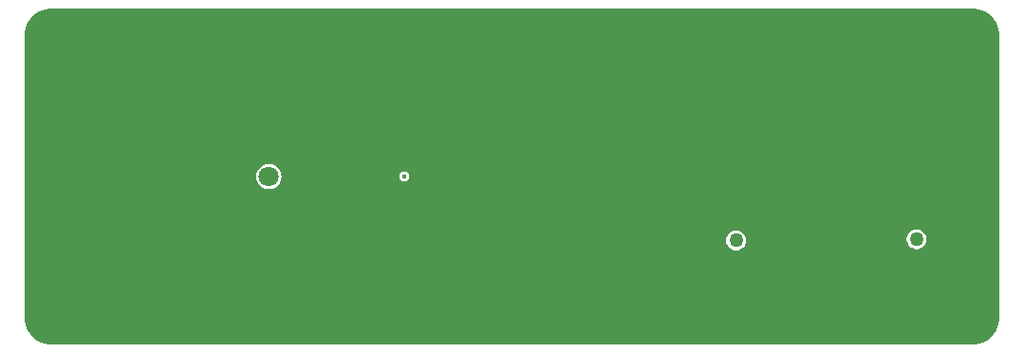
<source format=gbr>
G04*
G04 #@! TF.GenerationSoftware,Altium Limited,Altium Designer,24.9.1 (31)*
G04*
G04 Layer_Physical_Order=2*
G04 Layer_Color=36540*
%FSLAX25Y25*%
%MOIN*%
G70*
G04*
G04 #@! TF.SameCoordinates,BE83DA22-E0C5-4DDF-BF2C-7847B46FCBB1*
G04*
G04*
G04 #@! TF.FilePolarity,Positive*
G04*
G01*
G75*
%ADD52C,0.01575*%
%ADD57C,0.07087*%
%ADD58C,0.21654*%
%ADD59C,0.01772*%
%ADD60C,0.05000*%
G36*
X332677Y118110D02*
X333647Y118110D01*
X335548Y117732D01*
X337339Y116990D01*
X338951Y115913D01*
X340322Y114542D01*
X341400Y112930D01*
X342141Y111139D01*
X342520Y109237D01*
X342520Y108268D01*
X342520D01*
X342520Y108268D01*
X342520Y9843D01*
X342520Y8873D01*
X342141Y6972D01*
X341400Y5180D01*
X340322Y3568D01*
X338951Y2197D01*
X337339Y1120D01*
X335548Y378D01*
X333646Y-0D01*
X332677Y0D01*
X9843D01*
X8873Y-0D01*
X6972Y378D01*
X5180Y1120D01*
X3568Y2197D01*
X2197Y3568D01*
X1120Y5180D01*
X378Y6972D01*
X0Y8873D01*
X0Y9843D01*
X0Y9843D01*
Y108268D01*
Y109237D01*
X378Y111139D01*
X1120Y112930D01*
X2197Y114542D01*
X3568Y115913D01*
X5180Y116990D01*
X6972Y117732D01*
X8873Y118110D01*
X9843D01*
X9843Y118110D01*
X332677Y118110D01*
D02*
G37*
%LPC*%
G36*
X133465Y60841D02*
X132781Y60705D01*
X132202Y60318D01*
X131814Y59739D01*
X131678Y59055D01*
X131814Y58372D01*
X132202Y57792D01*
X132781Y57405D01*
X133465Y57269D01*
X134148Y57405D01*
X134728Y57792D01*
X135115Y58372D01*
X135251Y59055D01*
X135115Y59739D01*
X134728Y60318D01*
X134148Y60705D01*
X133465Y60841D01*
D02*
G37*
G36*
X85827Y63503D02*
X84676Y63351D01*
X83603Y62907D01*
X82682Y62200D01*
X81975Y61279D01*
X81531Y60206D01*
X81379Y59055D01*
X81531Y57904D01*
X81975Y56831D01*
X82682Y55910D01*
X83603Y55203D01*
X84676Y54759D01*
X85827Y54608D01*
X86978Y54759D01*
X88051Y55203D01*
X88972Y55910D01*
X89678Y56831D01*
X90123Y57904D01*
X90274Y59055D01*
X90123Y60206D01*
X89678Y61279D01*
X88972Y62200D01*
X88051Y62907D01*
X86978Y63351D01*
X85827Y63503D01*
D02*
G37*
G36*
X313386Y40538D02*
X312472Y40418D01*
X311621Y40065D01*
X310890Y39504D01*
X310329Y38773D01*
X309976Y37922D01*
X309856Y37008D01*
X309976Y36094D01*
X310329Y35243D01*
X310890Y34512D01*
X311621Y33951D01*
X312472Y33598D01*
X313386Y33478D01*
X314300Y33598D01*
X315151Y33951D01*
X315882Y34512D01*
X316443Y35243D01*
X316796Y36094D01*
X316916Y37008D01*
X316796Y37922D01*
X316443Y38773D01*
X315882Y39504D01*
X315151Y40065D01*
X314300Y40418D01*
X313386Y40538D01*
D02*
G37*
G36*
X250000Y40144D02*
X249086Y40024D01*
X248235Y39671D01*
X247504Y39110D01*
X246943Y38379D01*
X246590Y37528D01*
X246470Y36614D01*
X246590Y35701D01*
X246943Y34849D01*
X247504Y34118D01*
X248235Y33557D01*
X249086Y33204D01*
X250000Y33084D01*
X250914Y33204D01*
X251765Y33557D01*
X252496Y34118D01*
X253057Y34849D01*
X253410Y35701D01*
X253530Y36614D01*
X253410Y37528D01*
X253057Y38379D01*
X252496Y39110D01*
X251765Y39671D01*
X250914Y40024D01*
X250000Y40144D01*
D02*
G37*
%LPD*%
D52*
X341600Y54400D02*
D03*
X154500Y29000D02*
D03*
X148500Y28000D02*
D03*
X112000Y54000D02*
D03*
X104500D02*
D03*
X108500Y51000D02*
D03*
X100500Y53500D02*
D03*
X93000Y54000D02*
D03*
X96500Y51500D02*
D03*
X177500Y53500D02*
D03*
X171000D02*
D03*
X174000Y52500D02*
D03*
X177500Y65000D02*
D03*
X171000D02*
D03*
X174000Y65500D02*
D03*
X282500Y65000D02*
D03*
X276000D02*
D03*
X279000Y65500D02*
D03*
X282500Y53500D02*
D03*
X276000D02*
D03*
X279000Y52500D02*
D03*
X212500Y65000D02*
D03*
X206000D02*
D03*
X209000Y65500D02*
D03*
X206000Y53000D02*
D03*
X213000Y53500D02*
D03*
X209000Y52500D02*
D03*
X151500Y56300D02*
D03*
X153936Y56251D02*
D03*
X156508Y56149D02*
D03*
X159083D02*
D03*
X160492Y53993D02*
D03*
X161061Y51482D02*
D03*
X160981Y48909D02*
D03*
X160157Y46469D02*
D03*
X158592Y44425D02*
D03*
X156441Y43011D02*
D03*
X153894Y42633D02*
D03*
X151355Y43064D02*
D03*
X148853Y42458D02*
D03*
X146383Y43185D02*
D03*
X144278Y44668D02*
D03*
X142821Y46790D02*
D03*
X142133Y49272D02*
D03*
X142089Y51846D02*
D03*
X142670Y54354D02*
D03*
X144517Y56149D02*
D03*
X147092D02*
D03*
X149200Y56100D02*
D03*
X192475Y61476D02*
D03*
X192015Y58943D02*
D03*
X202903Y56730D02*
D03*
X205455Y56385D02*
D03*
X205720Y61725D02*
D03*
X203169Y61380D02*
D03*
X178359Y61725D02*
D03*
X179341Y56538D02*
D03*
X189444Y56973D02*
D03*
X189678Y59537D02*
D03*
X285346Y61380D02*
D03*
X282795Y61725D02*
D03*
X282441Y56385D02*
D03*
X284993Y56730D02*
D03*
X295055Y56973D02*
D03*
X295288Y59537D02*
D03*
X340310Y63694D02*
D03*
X337736D02*
D03*
X335161D02*
D03*
X332586D02*
D03*
X330011D02*
D03*
X327499Y63127D02*
D03*
X325608Y61380D02*
D03*
X323033D02*
D03*
X320480Y61716D02*
D03*
X317908Y61824D02*
D03*
X315333Y61864D02*
D03*
X312760Y61962D02*
D03*
X310186D02*
D03*
X307651Y61510D02*
D03*
X297716Y60790D02*
D03*
X297625Y58217D02*
D03*
X306804Y56586D02*
D03*
X309341Y56149D02*
D03*
X311915Y56214D02*
D03*
X314489Y56149D02*
D03*
X322180Y56730D02*
D03*
X324755D02*
D03*
X327128Y55731D02*
D03*
X329342Y54416D02*
D03*
X331917D02*
D03*
X334492D02*
D03*
X337066D02*
D03*
X339300Y54400D02*
D03*
X233890Y62115D02*
D03*
X231316Y62178D02*
D03*
X228814Y61568D02*
D03*
X226283Y62040D02*
D03*
X223784Y61419D02*
D03*
X221268Y61962D02*
D03*
X218693D02*
D03*
X216119Y61886D02*
D03*
X213549Y61725D02*
D03*
X213985Y56460D02*
D03*
X216541Y56149D02*
D03*
X219116Y56153D02*
D03*
X221691Y56149D02*
D03*
X229343Y56501D02*
D03*
X231854Y55932D02*
D03*
X234429D02*
D03*
X236995Y56150D02*
D03*
X239533Y56582D02*
D03*
X242108D02*
D03*
X244335Y57873D02*
D03*
X244293Y60448D02*
D03*
X236860Y62050D02*
D03*
X84229Y64053D02*
D03*
X82048Y62684D02*
D03*
X80781Y60443D02*
D03*
X80717Y57869D02*
D03*
X81900Y55582D02*
D03*
X84032Y54138D02*
D03*
X86594Y53882D02*
D03*
X88969Y54875D02*
D03*
X90755Y56730D02*
D03*
X93330D02*
D03*
X100884Y56149D02*
D03*
X103458D02*
D03*
X110994Y56730D02*
D03*
X113568D02*
D03*
X116143D02*
D03*
X118718D02*
D03*
X121293D02*
D03*
X123868D02*
D03*
X126443D02*
D03*
X129017D02*
D03*
X131592D02*
D03*
X134162Y56577D02*
D03*
X136732Y56730D02*
D03*
X136857Y54158D02*
D03*
X137439Y51650D02*
D03*
X137528Y49077D02*
D03*
X137987Y46543D02*
D03*
X138986Y44170D02*
D03*
X140466Y42063D02*
D03*
X142328Y40285D02*
D03*
X148668Y36188D02*
D03*
Y33613D02*
D03*
X148689Y31039D02*
D03*
X154481Y31839D02*
D03*
X154337Y34409D02*
D03*
X154481Y36980D02*
D03*
X159117Y39192D02*
D03*
X161243Y40645D02*
D03*
X163044Y42484D02*
D03*
X164428Y44656D02*
D03*
X165292Y47081D02*
D03*
X165665Y49629D02*
D03*
X165711Y52203D02*
D03*
X166292Y54712D02*
D03*
X167891Y56730D02*
D03*
X170443Y56385D02*
D03*
X170863Y61725D02*
D03*
X168312Y61380D02*
D03*
X165737D02*
D03*
X163197Y61804D02*
D03*
X160626Y61939D02*
D03*
X158051Y61962D02*
D03*
X155477D02*
D03*
X147788D02*
D03*
X145213D02*
D03*
X142638D02*
D03*
X140068Y61804D02*
D03*
X137522Y61424D02*
D03*
X134947Y61380D02*
D03*
X132372D02*
D03*
X129798D02*
D03*
X127223D02*
D03*
X124648D02*
D03*
X122073D02*
D03*
X119498D02*
D03*
X116924D02*
D03*
X114349D02*
D03*
X111774D02*
D03*
X109234Y61804D02*
D03*
X106661Y61727D02*
D03*
X104096Y61962D02*
D03*
X101522D02*
D03*
X98948Y61885D02*
D03*
X96374Y61804D02*
D03*
X93835Y61380D02*
D03*
X91260D02*
D03*
X89265Y63008D02*
D03*
X86972Y64179D02*
D03*
X256093Y67158D02*
D03*
X253558Y66708D02*
D03*
X250984Y66647D02*
D03*
X248409D02*
D03*
X246554Y64861D02*
D03*
X246964Y62319D02*
D03*
X259694Y61284D02*
D03*
X262269Y61267D02*
D03*
X264844D02*
D03*
X267411Y61465D02*
D03*
X268235Y59026D02*
D03*
X270155Y57311D02*
D03*
X272664Y56730D02*
D03*
X275215Y56385D02*
D03*
X275900Y61800D02*
D03*
X273570Y61380D02*
D03*
X271760Y63212D02*
D03*
X270328Y65352D02*
D03*
X267978Y66404D02*
D03*
X265493Y67080D02*
D03*
X262919Y67015D02*
D03*
X260346Y67080D02*
D03*
X258300Y67100D02*
D03*
D57*
X85827Y59055D02*
D03*
D58*
X322835Y19685D02*
D03*
Y98425D02*
D03*
X15748Y59055D02*
D03*
D59*
X257874Y49213D02*
D03*
X334646Y108268D02*
D03*
Y84646D02*
D03*
Y37402D02*
D03*
Y13779D02*
D03*
X328740Y1968D02*
D03*
X322834Y84646D02*
D03*
X316929Y72834D02*
D03*
Y1968D02*
D03*
X311023Y108268D02*
D03*
X305118Y96457D02*
D03*
X311023Y84646D02*
D03*
X305118Y72834D02*
D03*
Y49213D02*
D03*
X311023Y13779D02*
D03*
X305118Y1968D02*
D03*
X299213Y108268D02*
D03*
X293307Y96457D02*
D03*
X299213Y84646D02*
D03*
X293307Y72834D02*
D03*
Y49213D02*
D03*
Y1968D02*
D03*
X287402Y108268D02*
D03*
Y84646D02*
D03*
X281496Y72834D02*
D03*
Y49213D02*
D03*
Y1968D02*
D03*
X275590Y108268D02*
D03*
Y84646D02*
D03*
X269685Y72834D02*
D03*
Y49213D02*
D03*
Y1968D02*
D03*
X263779Y108268D02*
D03*
X257874Y96457D02*
D03*
X263779Y84646D02*
D03*
X257874Y72834D02*
D03*
X263779Y13779D02*
D03*
X257874Y1968D02*
D03*
X251968Y108268D02*
D03*
X246063Y96457D02*
D03*
X251968Y84646D02*
D03*
X246063Y72834D02*
D03*
Y49213D02*
D03*
Y1968D02*
D03*
X240157Y108268D02*
D03*
X234252Y96457D02*
D03*
X240157Y84646D02*
D03*
X234252Y72834D02*
D03*
Y49213D02*
D03*
Y25591D02*
D03*
Y1968D02*
D03*
X228346Y108268D02*
D03*
X222441Y96457D02*
D03*
X228346Y84646D02*
D03*
X222441Y72834D02*
D03*
Y49213D02*
D03*
Y25591D02*
D03*
Y1968D02*
D03*
X216535Y108268D02*
D03*
X210630Y96457D02*
D03*
X216535Y84646D02*
D03*
X210630Y72834D02*
D03*
Y49213D02*
D03*
X216535Y37402D02*
D03*
X210630Y25591D02*
D03*
Y1968D02*
D03*
X204724Y108268D02*
D03*
X198819Y96457D02*
D03*
X204724Y84646D02*
D03*
X198819Y72834D02*
D03*
Y49213D02*
D03*
X204724Y37402D02*
D03*
X198819Y25591D02*
D03*
Y1968D02*
D03*
X192913Y108268D02*
D03*
X187008Y96457D02*
D03*
X192913Y84646D02*
D03*
X187008Y72834D02*
D03*
Y49213D02*
D03*
X192913Y37402D02*
D03*
X187008Y25591D02*
D03*
X192913Y13779D02*
D03*
X187008Y1968D02*
D03*
X181102Y108268D02*
D03*
X175197Y96457D02*
D03*
X181102Y84646D02*
D03*
X175197Y72834D02*
D03*
Y49213D02*
D03*
X181102Y37402D02*
D03*
X175197Y25591D02*
D03*
X181102Y13779D02*
D03*
X175197Y1968D02*
D03*
X169291Y108268D02*
D03*
Y84646D02*
D03*
X163386Y72834D02*
D03*
X169291Y37402D02*
D03*
X163386Y25591D02*
D03*
X169291Y13779D02*
D03*
X163386Y1968D02*
D03*
X157480Y108268D02*
D03*
Y84646D02*
D03*
X151575Y72834D02*
D03*
Y49213D02*
D03*
X157480Y37402D02*
D03*
X151575Y25591D02*
D03*
X157480Y13779D02*
D03*
X151575Y1968D02*
D03*
X145669Y108268D02*
D03*
X139764Y96457D02*
D03*
X145669Y84646D02*
D03*
X139764Y72834D02*
D03*
X145669Y37402D02*
D03*
X139764Y25591D02*
D03*
X145669Y13779D02*
D03*
X139764Y1968D02*
D03*
X133858Y108268D02*
D03*
Y84646D02*
D03*
X127953Y72834D02*
D03*
Y49213D02*
D03*
X133858Y37402D02*
D03*
Y13779D02*
D03*
X127953Y1968D02*
D03*
X116142Y72834D02*
D03*
Y49213D02*
D03*
Y1968D02*
D03*
X104331Y72834D02*
D03*
Y49213D02*
D03*
Y1968D02*
D03*
X98425Y108268D02*
D03*
X92520Y96457D02*
D03*
X98425Y84646D02*
D03*
X92520Y72834D02*
D03*
Y49213D02*
D03*
X98425Y37402D02*
D03*
X92520Y25591D02*
D03*
X98425Y13779D02*
D03*
X92520Y1968D02*
D03*
X86614Y108268D02*
D03*
X80709Y96457D02*
D03*
X86614Y84646D02*
D03*
X80709Y72834D02*
D03*
Y49213D02*
D03*
X86614Y37402D02*
D03*
X80709Y25591D02*
D03*
X86614Y13779D02*
D03*
X80709Y1968D02*
D03*
X74803Y108268D02*
D03*
X68898Y96457D02*
D03*
X74803Y84646D02*
D03*
X68898Y72834D02*
D03*
X74803Y61023D02*
D03*
X68898Y49213D02*
D03*
X74803Y37402D02*
D03*
X68898Y25591D02*
D03*
X74803Y13779D02*
D03*
X68898Y1968D02*
D03*
X62992Y108268D02*
D03*
Y84646D02*
D03*
X57087Y72834D02*
D03*
X62992Y61023D02*
D03*
X57087Y49213D02*
D03*
X62992Y37402D02*
D03*
Y13779D02*
D03*
X57087Y1968D02*
D03*
X45276Y72834D02*
D03*
X51181Y61023D02*
D03*
X45276Y49213D02*
D03*
Y1968D02*
D03*
X33465Y72834D02*
D03*
X39370Y61023D02*
D03*
X33465Y49213D02*
D03*
Y1968D02*
D03*
X27559Y108268D02*
D03*
X21654Y96457D02*
D03*
X27559Y84646D02*
D03*
X21654Y72834D02*
D03*
X27559Y37402D02*
D03*
X21654Y25591D02*
D03*
X27559Y13779D02*
D03*
X21654Y1968D02*
D03*
X15748Y108268D02*
D03*
X9843Y96457D02*
D03*
X15748Y84646D02*
D03*
X9843Y72834D02*
D03*
X15748Y37402D02*
D03*
X9843Y25591D02*
D03*
X15748Y13779D02*
D03*
X9843Y1968D02*
D03*
X133465Y59055D02*
D03*
D60*
X313386Y37008D02*
D03*
X250000Y36614D02*
D03*
M02*

</source>
